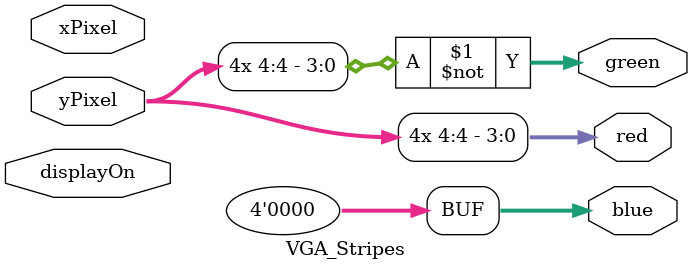
<source format=sv>
module VGA_Stripes_Top(
    input  logic CLK100MHZ, BTNC,
    output logic VGA_HS, VGA_VS, 
    output logic [3:0] VGA_R, VGA_G, VGA_B );
    
    logic clk25MHz, displayOn;
    logic [10:0] xPixel, yPixel;
    
    clkDiv C1(.clk(CLK100MHZ), .clr(BTNC), .clk25MHz(clk25MHz));
    
    VGA640x480 V1(.clk(clk25MHz), .clr(BTNC),        // Input
                  .hSync(VGA_HS), .vSync(VGA_VS),    // Output ***
                  .xPixel(xPixel), .yPixel(yPixel),  // Output 
                  .displayOn(displayOn));            // Output
        
    VGA_Stripes VS(.displayOn(displayOn), 
                   .xPixel(xPixel), .yPixel(yPixel),          // Input
                   .red(VGA_R), .green(VGA_G), .blue(VGA_B)); // Output ***
endmodule

module VGA_Stripes(
    input  logic displayOn,
    input  logic [10:0] xPixel, yPixel,
    output logic [3:0]  red, green, blue );
    
    //  =====  横彩条  ======
    assign red   =  {4{yPixel[4]}};
    assign green = ~{4{yPixel[4]}};
    assign blue  = 0;
    
//    //  =====  竖彩条  ======
//    assign red   =  {4{xPixel[4]}};
//    assign green = ~{4{xPixel[4]}};
//    assign blue  = 0;     
endmodule

</source>
